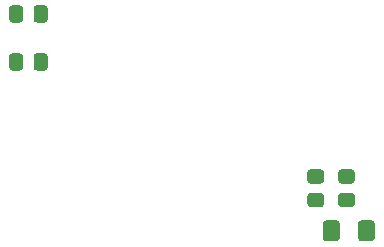
<source format=gtp>
G04 #@! TF.GenerationSoftware,KiCad,Pcbnew,(5.1.12)-1*
G04 #@! TF.CreationDate,2021-12-17T13:10:56+01:00*
G04 #@! TF.ProjectId,eth_mezz_mag_rj45,6574685f-6d65-47a7-9a5f-6d61675f726a,rev?*
G04 #@! TF.SameCoordinates,Original*
G04 #@! TF.FileFunction,Paste,Top*
G04 #@! TF.FilePolarity,Positive*
%FSLAX46Y46*%
G04 Gerber Fmt 4.6, Leading zero omitted, Abs format (unit mm)*
G04 Created by KiCad (PCBNEW (5.1.12)-1) date 2021-12-17 13:10:56*
%MOMM*%
%LPD*%
G01*
G04 APERTURE LIST*
G04 APERTURE END LIST*
G36*
G01*
X116416500Y-97332200D02*
X116416500Y-98282200D01*
G75*
G02*
X116166500Y-98532200I-250000J0D01*
G01*
X115491500Y-98532200D01*
G75*
G02*
X115241500Y-98282200I0J250000D01*
G01*
X115241500Y-97332200D01*
G75*
G02*
X115491500Y-97082200I250000J0D01*
G01*
X116166500Y-97082200D01*
G75*
G02*
X116416500Y-97332200I0J-250000D01*
G01*
G37*
G36*
G01*
X118491500Y-97332200D02*
X118491500Y-98282200D01*
G75*
G02*
X118241500Y-98532200I-250000J0D01*
G01*
X117566500Y-98532200D01*
G75*
G02*
X117316500Y-98282200I0J250000D01*
G01*
X117316500Y-97332200D01*
G75*
G02*
X117566500Y-97082200I250000J0D01*
G01*
X118241500Y-97082200D01*
G75*
G02*
X118491500Y-97332200I0J-250000D01*
G01*
G37*
G36*
G01*
X116416500Y-93268200D02*
X116416500Y-94218200D01*
G75*
G02*
X116166500Y-94468200I-250000J0D01*
G01*
X115491500Y-94468200D01*
G75*
G02*
X115241500Y-94218200I0J250000D01*
G01*
X115241500Y-93268200D01*
G75*
G02*
X115491500Y-93018200I250000J0D01*
G01*
X116166500Y-93018200D01*
G75*
G02*
X116416500Y-93268200I0J-250000D01*
G01*
G37*
G36*
G01*
X118491500Y-93268200D02*
X118491500Y-94218200D01*
G75*
G02*
X118241500Y-94468200I-250000J0D01*
G01*
X117566500Y-94468200D01*
G75*
G02*
X117316500Y-94218200I0J250000D01*
G01*
X117316500Y-93268200D01*
G75*
G02*
X117566500Y-93018200I250000J0D01*
G01*
X118241500Y-93018200D01*
G75*
G02*
X118491500Y-93268200I0J-250000D01*
G01*
G37*
G36*
G01*
X144775000Y-112725000D02*
X144775000Y-111475000D01*
G75*
G02*
X145025000Y-111225000I250000J0D01*
G01*
X145950000Y-111225000D01*
G75*
G02*
X146200000Y-111475000I0J-250000D01*
G01*
X146200000Y-112725000D01*
G75*
G02*
X145950000Y-112975000I-250000J0D01*
G01*
X145025000Y-112975000D01*
G75*
G02*
X144775000Y-112725000I0J250000D01*
G01*
G37*
G36*
G01*
X141800000Y-112725000D02*
X141800000Y-111475000D01*
G75*
G02*
X142050000Y-111225000I250000J0D01*
G01*
X142975000Y-111225000D01*
G75*
G02*
X143225000Y-111475000I0J-250000D01*
G01*
X143225000Y-112725000D01*
G75*
G02*
X142975000Y-112975000I-250000J0D01*
G01*
X142050000Y-112975000D01*
G75*
G02*
X141800000Y-112725000I0J250000D01*
G01*
G37*
G36*
G01*
X143349999Y-108900000D02*
X144250001Y-108900000D01*
G75*
G02*
X144500000Y-109149999I0J-249999D01*
G01*
X144500000Y-109850001D01*
G75*
G02*
X144250001Y-110100000I-249999J0D01*
G01*
X143349999Y-110100000D01*
G75*
G02*
X143100000Y-109850001I0J249999D01*
G01*
X143100000Y-109149999D01*
G75*
G02*
X143349999Y-108900000I249999J0D01*
G01*
G37*
G36*
G01*
X143349999Y-106900000D02*
X144250001Y-106900000D01*
G75*
G02*
X144500000Y-107149999I0J-249999D01*
G01*
X144500000Y-107850001D01*
G75*
G02*
X144250001Y-108100000I-249999J0D01*
G01*
X143349999Y-108100000D01*
G75*
G02*
X143100000Y-107850001I0J249999D01*
G01*
X143100000Y-107149999D01*
G75*
G02*
X143349999Y-106900000I249999J0D01*
G01*
G37*
G36*
G01*
X140749999Y-108900000D02*
X141650001Y-108900000D01*
G75*
G02*
X141900000Y-109149999I0J-249999D01*
G01*
X141900000Y-109850001D01*
G75*
G02*
X141650001Y-110100000I-249999J0D01*
G01*
X140749999Y-110100000D01*
G75*
G02*
X140500000Y-109850001I0J249999D01*
G01*
X140500000Y-109149999D01*
G75*
G02*
X140749999Y-108900000I249999J0D01*
G01*
G37*
G36*
G01*
X140749999Y-106900000D02*
X141650001Y-106900000D01*
G75*
G02*
X141900000Y-107149999I0J-249999D01*
G01*
X141900000Y-107850001D01*
G75*
G02*
X141650001Y-108100000I-249999J0D01*
G01*
X140749999Y-108100000D01*
G75*
G02*
X140500000Y-107850001I0J249999D01*
G01*
X140500000Y-107149999D01*
G75*
G02*
X140749999Y-106900000I249999J0D01*
G01*
G37*
M02*

</source>
